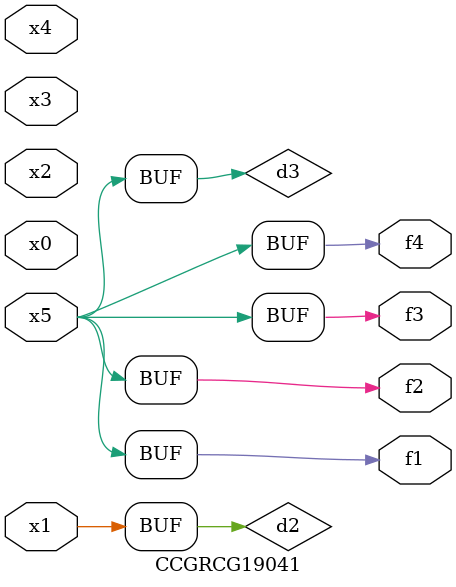
<source format=v>
module CCGRCG19041(
	input x0, x1, x2, x3, x4, x5,
	output f1, f2, f3, f4
);

	wire d1, d2, d3;

	not (d1, x5);
	or (d2, x1);
	xnor (d3, d1);
	assign f1 = d3;
	assign f2 = d3;
	assign f3 = d3;
	assign f4 = d3;
endmodule

</source>
